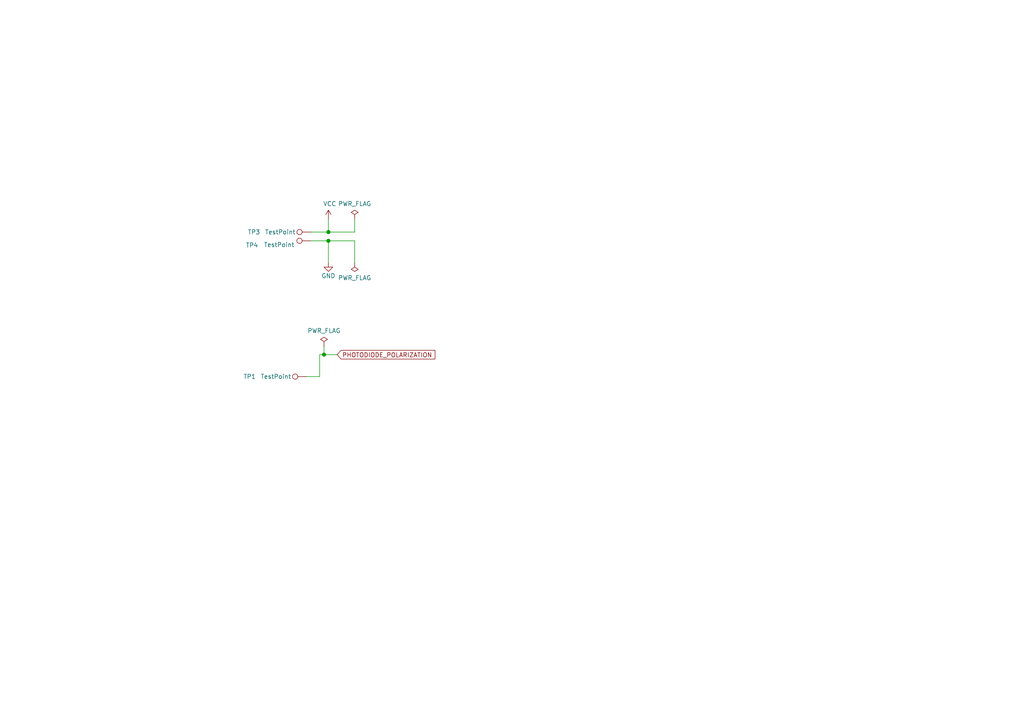
<source format=kicad_sch>
(kicad_sch (version 20210621) (generator eeschema)
  (paper "A4")
  (lib_symbols
    (symbol "Connector:TestPoint" (pin_numbers hide) (pin_names (offset 0.762) hide)
      (property "Reference" "TP" (at 0 6.858 0))
      (property "Value" "TestPoint" (at 0 5.08 0))
      (symbol "TestPoint_0_1"
        (circle (center 0 3.302) (radius 0.762))
      )
      (symbol "TestPoint_1_1"
        (pin passive line (at 0 0 90) (length 2.54) (name "1") (number "1"))
      )
    )
    (symbol "power:GND" (power) (pin_names (offset 0))
      (property "Value" "GND" (at 0 -3.81 0))
      (symbol "GND_0_1"
        (polyline (pts (xy 0 0) (xy 0 -1.27) (xy 1.27 -1.27) (xy 0 -2.54) (xy -1.27 -1.27) (xy 0 -1.27)))
      )
      (symbol "GND_1_1"
        (pin power_in line (at 0 0 270) (length 0) hide (name "GND") (number "1"))
      )
    )
    (symbol "power:PWR_FLAG" (power) (pin_numbers hide) (pin_names (offset 0) hide)
      (property "Value" "PWR_FLAG" (at 0 3.81 0))
      (symbol "PWR_FLAG_0_0"
        (pin power_out line (at 0 0 90) (length 0) (name "pwr") (number "1"))
      )
      (symbol "PWR_FLAG_0_1"
        (polyline (pts (xy 0 0) (xy 0 1.27) (xy -1.016 1.905) (xy 0 2.54) (xy 1.016 1.905) (xy 0 1.27)))
      )
    )
    (symbol "power:VCC" (power) (pin_names (offset 0))
      (property "Value" "VCC" (at 0 3.81 0))
      (symbol "VCC_0_1"
        (polyline (pts (xy -0.762 1.27) (xy 0 2.54)))
        (polyline (pts (xy 0 0) (xy 0 2.54)))
        (polyline (pts (xy 0 2.54) (xy 0.762 1.27)))
      )
      (symbol "VCC_1_1"
        (pin power_in line (at 0 0 90) (length 0) hide (name "VCC") (number "1"))
      )
    )
  )
  (junction (at 93.98 102.87) (diameter 1.016))
  (junction (at 95.25 67.31) (diameter 1.016))
  (junction (at 95.25 69.85) (diameter 1.016))
  (wire (pts (xy 88.9 109.22) (xy 92.71 109.22)))
  (wire (pts (xy 90.17 67.31) (xy 95.25 67.31)))
  (wire (pts (xy 90.17 69.85) (xy 95.25 69.85)))
  (wire (pts (xy 92.71 102.87) (xy 93.98 102.87)))
  (wire (pts (xy 92.71 109.22) (xy 92.71 102.87)))
  (wire (pts (xy 93.98 100.33) (xy 93.98 102.87)))
  (wire (pts (xy 93.98 102.87) (xy 97.79 102.87)))
  (wire (pts (xy 95.25 67.31) (xy 95.25 63.5)))
  (wire (pts (xy 95.25 67.31) (xy 102.87 67.31)))
  (wire (pts (xy 95.25 69.85) (xy 95.25 76.2)))
  (wire (pts (xy 102.87 67.31) (xy 102.87 63.5)))
  (wire (pts (xy 102.87 69.85) (xy 95.25 69.85)))
  (wire (pts (xy 102.87 69.85) (xy 102.87 76.2)))
  (global_label "PHOTODIODE_POLARIZATION" (shape input) (at 97.79 102.87 0) (property "Intersheet References" "${INTERSHEET_REFS}" (effects hide)))
  (symbol (lib_id "power:VCC") (at 95.25 63.5 0) (unit 1)
    (property "Reference" "#PWR021" (effects hide))
    (property "Value" "VCC" (at 95.631 59.1058 0))
  )
  (symbol (lib_id "power:PWR_FLAG") (at 93.98 100.33 0) (unit 1)
    (property "Reference" "#FLG02" (effects hide))
    (property "Value" "PWR_FLAG" (at 93.98 95.9358 0))
  )
  (symbol (lib_id "power:PWR_FLAG") (at 102.87 63.5 0) (unit 1)
    (property "Reference" "#FLG03" (effects hide))
    (property "Value" "PWR_FLAG" (at 102.87 59.1058 0))
  )
  (symbol (lib_id "power:PWR_FLAG") (at 102.87 76.2 180) (unit 1)
    (property "Reference" "#FLG04" (effects hide))
    (property "Value" "PWR_FLAG" (at 102.87 80.5942 0))
  )
  (symbol (lib_id "Connector:TestPoint") (at 88.9 109.22 90) (unit 1)
    (property "Reference" "TP1" (at 72.39 109.22 90))
    (property "Value" "TestPoint" (at 80.01 109.22 90))
    (property "Footprint" "TestPoint:TestPoint_THTPad_D2.5mm_Drill1.2mm" (effects hide))
  )
  (symbol (lib_id "Connector:TestPoint") (at 90.17 67.31 90) (unit 1)
    (property "Reference" "TP3" (at 73.66 67.31 90))
    (property "Value" "TestPoint" (at 81.28 67.31 90))
    (property "Footprint" "TestPoint:TestPoint_THTPad_D2.5mm_Drill1.2mm" (effects hide))
  )
  (symbol (lib_id "Connector:TestPoint") (at 90.17 69.85 90) (unit 1)
    (property "Reference" "TP4" (at 74.93 71.12 90) (effects (justify left)))
    (property "Value" "TestPoint" (at 85.4202 70.993 90) (effects (justify left)))
    (property "Footprint" "TestPoint:TestPoint_THTPad_D2.5mm_Drill1.2mm" (effects hide))
  )
  (symbol (lib_id "power:GND") (at 95.25 76.2 0) (unit 1)
    (property "Reference" "#PWR022" (effects hide))
    (property "Value" "GND" (at 95.25 80.01 0))
  )
)
</source>
